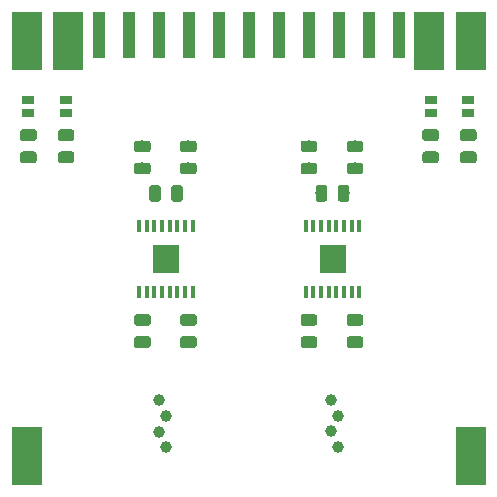
<source format=gbr>
G04 #@! TF.GenerationSoftware,KiCad,Pcbnew,(5.1.4)-1*
G04 #@! TF.CreationDate,2019-10-10T18:21:12+02:00*
G04 #@! TF.ProjectId,Bottom,426f7474-6f6d-42e6-9b69-6361645f7063,rev?*
G04 #@! TF.SameCoordinates,Original*
G04 #@! TF.FileFunction,Soldermask,Top*
G04 #@! TF.FilePolarity,Negative*
%FSLAX46Y46*%
G04 Gerber Fmt 4.6, Leading zero omitted, Abs format (unit mm)*
G04 Created by KiCad (PCBNEW (5.1.4)-1) date 2019-10-10 18:21:12*
%MOMM*%
%LPD*%
G04 APERTURE LIST*
%ADD10R,1.000000X0.650000*%
%ADD11C,1.000000*%
%ADD12R,1.000000X4.000000*%
%ADD13R,2.500000X5.000000*%
%ADD14R,2.310000X2.460000*%
%ADD15R,0.450000X1.050000*%
%ADD16C,0.100000*%
%ADD17C,0.975000*%
G04 APERTURE END LIST*
D10*
X157550000Y-86550000D03*
X157550000Y-85450000D03*
X154350000Y-85450000D03*
X154350000Y-86550000D03*
X191600000Y-86550000D03*
X191600000Y-85450000D03*
X188400000Y-85450000D03*
X188400000Y-86550000D03*
D11*
X179990000Y-113505000D03*
X179990000Y-110855000D03*
X180590000Y-114830000D03*
X180590000Y-112180000D03*
X166010000Y-112195000D03*
X166010000Y-114845000D03*
X165410000Y-110870000D03*
X165410000Y-113520000D03*
D12*
X170450000Y-79950000D03*
X167910000Y-79950000D03*
X165370000Y-79950000D03*
X162830000Y-79950000D03*
X160290000Y-79950000D03*
X185690000Y-79950000D03*
X172990000Y-79950000D03*
X175530000Y-79950000D03*
X178070000Y-79950000D03*
X180610000Y-79950000D03*
X183150000Y-79950000D03*
D13*
X188300000Y-80450000D03*
X154200000Y-80450000D03*
X191800000Y-80450000D03*
X157700000Y-80450000D03*
D14*
X166000000Y-98900000D03*
D15*
X163725000Y-96125000D03*
X164375000Y-96125000D03*
X165025000Y-96125000D03*
X165675000Y-96125000D03*
X166325000Y-96125000D03*
X166975000Y-96125000D03*
X167625000Y-96125000D03*
X168275000Y-96125000D03*
X168275000Y-101675000D03*
X167625000Y-101675000D03*
X166975000Y-101675000D03*
X166325000Y-101675000D03*
X165675000Y-101675000D03*
X165025000Y-101675000D03*
X164375000Y-101675000D03*
X163725000Y-101675000D03*
D14*
X180100000Y-98900000D03*
D15*
X177825000Y-96125000D03*
X178475000Y-96125000D03*
X179125000Y-96125000D03*
X179775000Y-96125000D03*
X180425000Y-96125000D03*
X181075000Y-96125000D03*
X181725000Y-96125000D03*
X182375000Y-96125000D03*
X182375000Y-101675000D03*
X181725000Y-101675000D03*
X181075000Y-101675000D03*
X180425000Y-101675000D03*
X179775000Y-101675000D03*
X179125000Y-101675000D03*
X178475000Y-101675000D03*
X177825000Y-101675000D03*
D16*
G36*
X168380142Y-88876174D02*
G01*
X168403803Y-88879684D01*
X168427007Y-88885496D01*
X168449529Y-88893554D01*
X168471153Y-88903782D01*
X168491670Y-88916079D01*
X168510883Y-88930329D01*
X168528607Y-88946393D01*
X168544671Y-88964117D01*
X168558921Y-88983330D01*
X168571218Y-89003847D01*
X168581446Y-89025471D01*
X168589504Y-89047993D01*
X168595316Y-89071197D01*
X168598826Y-89094858D01*
X168600000Y-89118750D01*
X168600000Y-89606250D01*
X168598826Y-89630142D01*
X168595316Y-89653803D01*
X168589504Y-89677007D01*
X168581446Y-89699529D01*
X168571218Y-89721153D01*
X168558921Y-89741670D01*
X168544671Y-89760883D01*
X168528607Y-89778607D01*
X168510883Y-89794671D01*
X168491670Y-89808921D01*
X168471153Y-89821218D01*
X168449529Y-89831446D01*
X168427007Y-89839504D01*
X168403803Y-89845316D01*
X168380142Y-89848826D01*
X168356250Y-89850000D01*
X167443750Y-89850000D01*
X167419858Y-89848826D01*
X167396197Y-89845316D01*
X167372993Y-89839504D01*
X167350471Y-89831446D01*
X167328847Y-89821218D01*
X167308330Y-89808921D01*
X167289117Y-89794671D01*
X167271393Y-89778607D01*
X167255329Y-89760883D01*
X167241079Y-89741670D01*
X167228782Y-89721153D01*
X167218554Y-89699529D01*
X167210496Y-89677007D01*
X167204684Y-89653803D01*
X167201174Y-89630142D01*
X167200000Y-89606250D01*
X167200000Y-89118750D01*
X167201174Y-89094858D01*
X167204684Y-89071197D01*
X167210496Y-89047993D01*
X167218554Y-89025471D01*
X167228782Y-89003847D01*
X167241079Y-88983330D01*
X167255329Y-88964117D01*
X167271393Y-88946393D01*
X167289117Y-88930329D01*
X167308330Y-88916079D01*
X167328847Y-88903782D01*
X167350471Y-88893554D01*
X167372993Y-88885496D01*
X167396197Y-88879684D01*
X167419858Y-88876174D01*
X167443750Y-88875000D01*
X168356250Y-88875000D01*
X168380142Y-88876174D01*
X168380142Y-88876174D01*
G37*
D17*
X167900000Y-89362500D03*
D16*
G36*
X168380142Y-90751174D02*
G01*
X168403803Y-90754684D01*
X168427007Y-90760496D01*
X168449529Y-90768554D01*
X168471153Y-90778782D01*
X168491670Y-90791079D01*
X168510883Y-90805329D01*
X168528607Y-90821393D01*
X168544671Y-90839117D01*
X168558921Y-90858330D01*
X168571218Y-90878847D01*
X168581446Y-90900471D01*
X168589504Y-90922993D01*
X168595316Y-90946197D01*
X168598826Y-90969858D01*
X168600000Y-90993750D01*
X168600000Y-91481250D01*
X168598826Y-91505142D01*
X168595316Y-91528803D01*
X168589504Y-91552007D01*
X168581446Y-91574529D01*
X168571218Y-91596153D01*
X168558921Y-91616670D01*
X168544671Y-91635883D01*
X168528607Y-91653607D01*
X168510883Y-91669671D01*
X168491670Y-91683921D01*
X168471153Y-91696218D01*
X168449529Y-91706446D01*
X168427007Y-91714504D01*
X168403803Y-91720316D01*
X168380142Y-91723826D01*
X168356250Y-91725000D01*
X167443750Y-91725000D01*
X167419858Y-91723826D01*
X167396197Y-91720316D01*
X167372993Y-91714504D01*
X167350471Y-91706446D01*
X167328847Y-91696218D01*
X167308330Y-91683921D01*
X167289117Y-91669671D01*
X167271393Y-91653607D01*
X167255329Y-91635883D01*
X167241079Y-91616670D01*
X167228782Y-91596153D01*
X167218554Y-91574529D01*
X167210496Y-91552007D01*
X167204684Y-91528803D01*
X167201174Y-91505142D01*
X167200000Y-91481250D01*
X167200000Y-90993750D01*
X167201174Y-90969858D01*
X167204684Y-90946197D01*
X167210496Y-90922993D01*
X167218554Y-90900471D01*
X167228782Y-90878847D01*
X167241079Y-90858330D01*
X167255329Y-90839117D01*
X167271393Y-90821393D01*
X167289117Y-90805329D01*
X167308330Y-90791079D01*
X167328847Y-90778782D01*
X167350471Y-90768554D01*
X167372993Y-90760496D01*
X167396197Y-90754684D01*
X167419858Y-90751174D01*
X167443750Y-90750000D01*
X168356250Y-90750000D01*
X168380142Y-90751174D01*
X168380142Y-90751174D01*
G37*
D17*
X167900000Y-91237500D03*
D16*
G36*
X164480142Y-88876174D02*
G01*
X164503803Y-88879684D01*
X164527007Y-88885496D01*
X164549529Y-88893554D01*
X164571153Y-88903782D01*
X164591670Y-88916079D01*
X164610883Y-88930329D01*
X164628607Y-88946393D01*
X164644671Y-88964117D01*
X164658921Y-88983330D01*
X164671218Y-89003847D01*
X164681446Y-89025471D01*
X164689504Y-89047993D01*
X164695316Y-89071197D01*
X164698826Y-89094858D01*
X164700000Y-89118750D01*
X164700000Y-89606250D01*
X164698826Y-89630142D01*
X164695316Y-89653803D01*
X164689504Y-89677007D01*
X164681446Y-89699529D01*
X164671218Y-89721153D01*
X164658921Y-89741670D01*
X164644671Y-89760883D01*
X164628607Y-89778607D01*
X164610883Y-89794671D01*
X164591670Y-89808921D01*
X164571153Y-89821218D01*
X164549529Y-89831446D01*
X164527007Y-89839504D01*
X164503803Y-89845316D01*
X164480142Y-89848826D01*
X164456250Y-89850000D01*
X163543750Y-89850000D01*
X163519858Y-89848826D01*
X163496197Y-89845316D01*
X163472993Y-89839504D01*
X163450471Y-89831446D01*
X163428847Y-89821218D01*
X163408330Y-89808921D01*
X163389117Y-89794671D01*
X163371393Y-89778607D01*
X163355329Y-89760883D01*
X163341079Y-89741670D01*
X163328782Y-89721153D01*
X163318554Y-89699529D01*
X163310496Y-89677007D01*
X163304684Y-89653803D01*
X163301174Y-89630142D01*
X163300000Y-89606250D01*
X163300000Y-89118750D01*
X163301174Y-89094858D01*
X163304684Y-89071197D01*
X163310496Y-89047993D01*
X163318554Y-89025471D01*
X163328782Y-89003847D01*
X163341079Y-88983330D01*
X163355329Y-88964117D01*
X163371393Y-88946393D01*
X163389117Y-88930329D01*
X163408330Y-88916079D01*
X163428847Y-88903782D01*
X163450471Y-88893554D01*
X163472993Y-88885496D01*
X163496197Y-88879684D01*
X163519858Y-88876174D01*
X163543750Y-88875000D01*
X164456250Y-88875000D01*
X164480142Y-88876174D01*
X164480142Y-88876174D01*
G37*
D17*
X164000000Y-89362500D03*
D16*
G36*
X164480142Y-90751174D02*
G01*
X164503803Y-90754684D01*
X164527007Y-90760496D01*
X164549529Y-90768554D01*
X164571153Y-90778782D01*
X164591670Y-90791079D01*
X164610883Y-90805329D01*
X164628607Y-90821393D01*
X164644671Y-90839117D01*
X164658921Y-90858330D01*
X164671218Y-90878847D01*
X164681446Y-90900471D01*
X164689504Y-90922993D01*
X164695316Y-90946197D01*
X164698826Y-90969858D01*
X164700000Y-90993750D01*
X164700000Y-91481250D01*
X164698826Y-91505142D01*
X164695316Y-91528803D01*
X164689504Y-91552007D01*
X164681446Y-91574529D01*
X164671218Y-91596153D01*
X164658921Y-91616670D01*
X164644671Y-91635883D01*
X164628607Y-91653607D01*
X164610883Y-91669671D01*
X164591670Y-91683921D01*
X164571153Y-91696218D01*
X164549529Y-91706446D01*
X164527007Y-91714504D01*
X164503803Y-91720316D01*
X164480142Y-91723826D01*
X164456250Y-91725000D01*
X163543750Y-91725000D01*
X163519858Y-91723826D01*
X163496197Y-91720316D01*
X163472993Y-91714504D01*
X163450471Y-91706446D01*
X163428847Y-91696218D01*
X163408330Y-91683921D01*
X163389117Y-91669671D01*
X163371393Y-91653607D01*
X163355329Y-91635883D01*
X163341079Y-91616670D01*
X163328782Y-91596153D01*
X163318554Y-91574529D01*
X163310496Y-91552007D01*
X163304684Y-91528803D01*
X163301174Y-91505142D01*
X163300000Y-91481250D01*
X163300000Y-90993750D01*
X163301174Y-90969858D01*
X163304684Y-90946197D01*
X163310496Y-90922993D01*
X163318554Y-90900471D01*
X163328782Y-90878847D01*
X163341079Y-90858330D01*
X163355329Y-90839117D01*
X163371393Y-90821393D01*
X163389117Y-90805329D01*
X163408330Y-90791079D01*
X163428847Y-90778782D01*
X163450471Y-90768554D01*
X163472993Y-90760496D01*
X163496197Y-90754684D01*
X163519858Y-90751174D01*
X163543750Y-90750000D01*
X164456250Y-90750000D01*
X164480142Y-90751174D01*
X164480142Y-90751174D01*
G37*
D17*
X164000000Y-91237500D03*
D16*
G36*
X165330142Y-92651174D02*
G01*
X165353803Y-92654684D01*
X165377007Y-92660496D01*
X165399529Y-92668554D01*
X165421153Y-92678782D01*
X165441670Y-92691079D01*
X165460883Y-92705329D01*
X165478607Y-92721393D01*
X165494671Y-92739117D01*
X165508921Y-92758330D01*
X165521218Y-92778847D01*
X165531446Y-92800471D01*
X165539504Y-92822993D01*
X165545316Y-92846197D01*
X165548826Y-92869858D01*
X165550000Y-92893750D01*
X165550000Y-93806250D01*
X165548826Y-93830142D01*
X165545316Y-93853803D01*
X165539504Y-93877007D01*
X165531446Y-93899529D01*
X165521218Y-93921153D01*
X165508921Y-93941670D01*
X165494671Y-93960883D01*
X165478607Y-93978607D01*
X165460883Y-93994671D01*
X165441670Y-94008921D01*
X165421153Y-94021218D01*
X165399529Y-94031446D01*
X165377007Y-94039504D01*
X165353803Y-94045316D01*
X165330142Y-94048826D01*
X165306250Y-94050000D01*
X164818750Y-94050000D01*
X164794858Y-94048826D01*
X164771197Y-94045316D01*
X164747993Y-94039504D01*
X164725471Y-94031446D01*
X164703847Y-94021218D01*
X164683330Y-94008921D01*
X164664117Y-93994671D01*
X164646393Y-93978607D01*
X164630329Y-93960883D01*
X164616079Y-93941670D01*
X164603782Y-93921153D01*
X164593554Y-93899529D01*
X164585496Y-93877007D01*
X164579684Y-93853803D01*
X164576174Y-93830142D01*
X164575000Y-93806250D01*
X164575000Y-92893750D01*
X164576174Y-92869858D01*
X164579684Y-92846197D01*
X164585496Y-92822993D01*
X164593554Y-92800471D01*
X164603782Y-92778847D01*
X164616079Y-92758330D01*
X164630329Y-92739117D01*
X164646393Y-92721393D01*
X164664117Y-92705329D01*
X164683330Y-92691079D01*
X164703847Y-92678782D01*
X164725471Y-92668554D01*
X164747993Y-92660496D01*
X164771197Y-92654684D01*
X164794858Y-92651174D01*
X164818750Y-92650000D01*
X165306250Y-92650000D01*
X165330142Y-92651174D01*
X165330142Y-92651174D01*
G37*
D17*
X165062500Y-93350000D03*
D16*
G36*
X167205142Y-92651174D02*
G01*
X167228803Y-92654684D01*
X167252007Y-92660496D01*
X167274529Y-92668554D01*
X167296153Y-92678782D01*
X167316670Y-92691079D01*
X167335883Y-92705329D01*
X167353607Y-92721393D01*
X167369671Y-92739117D01*
X167383921Y-92758330D01*
X167396218Y-92778847D01*
X167406446Y-92800471D01*
X167414504Y-92822993D01*
X167420316Y-92846197D01*
X167423826Y-92869858D01*
X167425000Y-92893750D01*
X167425000Y-93806250D01*
X167423826Y-93830142D01*
X167420316Y-93853803D01*
X167414504Y-93877007D01*
X167406446Y-93899529D01*
X167396218Y-93921153D01*
X167383921Y-93941670D01*
X167369671Y-93960883D01*
X167353607Y-93978607D01*
X167335883Y-93994671D01*
X167316670Y-94008921D01*
X167296153Y-94021218D01*
X167274529Y-94031446D01*
X167252007Y-94039504D01*
X167228803Y-94045316D01*
X167205142Y-94048826D01*
X167181250Y-94050000D01*
X166693750Y-94050000D01*
X166669858Y-94048826D01*
X166646197Y-94045316D01*
X166622993Y-94039504D01*
X166600471Y-94031446D01*
X166578847Y-94021218D01*
X166558330Y-94008921D01*
X166539117Y-93994671D01*
X166521393Y-93978607D01*
X166505329Y-93960883D01*
X166491079Y-93941670D01*
X166478782Y-93921153D01*
X166468554Y-93899529D01*
X166460496Y-93877007D01*
X166454684Y-93853803D01*
X166451174Y-93830142D01*
X166450000Y-93806250D01*
X166450000Y-92893750D01*
X166451174Y-92869858D01*
X166454684Y-92846197D01*
X166460496Y-92822993D01*
X166468554Y-92800471D01*
X166478782Y-92778847D01*
X166491079Y-92758330D01*
X166505329Y-92739117D01*
X166521393Y-92721393D01*
X166539117Y-92705329D01*
X166558330Y-92691079D01*
X166578847Y-92678782D01*
X166600471Y-92668554D01*
X166622993Y-92660496D01*
X166646197Y-92654684D01*
X166669858Y-92651174D01*
X166693750Y-92650000D01*
X167181250Y-92650000D01*
X167205142Y-92651174D01*
X167205142Y-92651174D01*
G37*
D17*
X166937500Y-93350000D03*
D16*
G36*
X182480142Y-90751174D02*
G01*
X182503803Y-90754684D01*
X182527007Y-90760496D01*
X182549529Y-90768554D01*
X182571153Y-90778782D01*
X182591670Y-90791079D01*
X182610883Y-90805329D01*
X182628607Y-90821393D01*
X182644671Y-90839117D01*
X182658921Y-90858330D01*
X182671218Y-90878847D01*
X182681446Y-90900471D01*
X182689504Y-90922993D01*
X182695316Y-90946197D01*
X182698826Y-90969858D01*
X182700000Y-90993750D01*
X182700000Y-91481250D01*
X182698826Y-91505142D01*
X182695316Y-91528803D01*
X182689504Y-91552007D01*
X182681446Y-91574529D01*
X182671218Y-91596153D01*
X182658921Y-91616670D01*
X182644671Y-91635883D01*
X182628607Y-91653607D01*
X182610883Y-91669671D01*
X182591670Y-91683921D01*
X182571153Y-91696218D01*
X182549529Y-91706446D01*
X182527007Y-91714504D01*
X182503803Y-91720316D01*
X182480142Y-91723826D01*
X182456250Y-91725000D01*
X181543750Y-91725000D01*
X181519858Y-91723826D01*
X181496197Y-91720316D01*
X181472993Y-91714504D01*
X181450471Y-91706446D01*
X181428847Y-91696218D01*
X181408330Y-91683921D01*
X181389117Y-91669671D01*
X181371393Y-91653607D01*
X181355329Y-91635883D01*
X181341079Y-91616670D01*
X181328782Y-91596153D01*
X181318554Y-91574529D01*
X181310496Y-91552007D01*
X181304684Y-91528803D01*
X181301174Y-91505142D01*
X181300000Y-91481250D01*
X181300000Y-90993750D01*
X181301174Y-90969858D01*
X181304684Y-90946197D01*
X181310496Y-90922993D01*
X181318554Y-90900471D01*
X181328782Y-90878847D01*
X181341079Y-90858330D01*
X181355329Y-90839117D01*
X181371393Y-90821393D01*
X181389117Y-90805329D01*
X181408330Y-90791079D01*
X181428847Y-90778782D01*
X181450471Y-90768554D01*
X181472993Y-90760496D01*
X181496197Y-90754684D01*
X181519858Y-90751174D01*
X181543750Y-90750000D01*
X182456250Y-90750000D01*
X182480142Y-90751174D01*
X182480142Y-90751174D01*
G37*
D17*
X182000000Y-91237500D03*
D16*
G36*
X182480142Y-88876174D02*
G01*
X182503803Y-88879684D01*
X182527007Y-88885496D01*
X182549529Y-88893554D01*
X182571153Y-88903782D01*
X182591670Y-88916079D01*
X182610883Y-88930329D01*
X182628607Y-88946393D01*
X182644671Y-88964117D01*
X182658921Y-88983330D01*
X182671218Y-89003847D01*
X182681446Y-89025471D01*
X182689504Y-89047993D01*
X182695316Y-89071197D01*
X182698826Y-89094858D01*
X182700000Y-89118750D01*
X182700000Y-89606250D01*
X182698826Y-89630142D01*
X182695316Y-89653803D01*
X182689504Y-89677007D01*
X182681446Y-89699529D01*
X182671218Y-89721153D01*
X182658921Y-89741670D01*
X182644671Y-89760883D01*
X182628607Y-89778607D01*
X182610883Y-89794671D01*
X182591670Y-89808921D01*
X182571153Y-89821218D01*
X182549529Y-89831446D01*
X182527007Y-89839504D01*
X182503803Y-89845316D01*
X182480142Y-89848826D01*
X182456250Y-89850000D01*
X181543750Y-89850000D01*
X181519858Y-89848826D01*
X181496197Y-89845316D01*
X181472993Y-89839504D01*
X181450471Y-89831446D01*
X181428847Y-89821218D01*
X181408330Y-89808921D01*
X181389117Y-89794671D01*
X181371393Y-89778607D01*
X181355329Y-89760883D01*
X181341079Y-89741670D01*
X181328782Y-89721153D01*
X181318554Y-89699529D01*
X181310496Y-89677007D01*
X181304684Y-89653803D01*
X181301174Y-89630142D01*
X181300000Y-89606250D01*
X181300000Y-89118750D01*
X181301174Y-89094858D01*
X181304684Y-89071197D01*
X181310496Y-89047993D01*
X181318554Y-89025471D01*
X181328782Y-89003847D01*
X181341079Y-88983330D01*
X181355329Y-88964117D01*
X181371393Y-88946393D01*
X181389117Y-88930329D01*
X181408330Y-88916079D01*
X181428847Y-88903782D01*
X181450471Y-88893554D01*
X181472993Y-88885496D01*
X181496197Y-88879684D01*
X181519858Y-88876174D01*
X181543750Y-88875000D01*
X182456250Y-88875000D01*
X182480142Y-88876174D01*
X182480142Y-88876174D01*
G37*
D17*
X182000000Y-89362500D03*
D16*
G36*
X178580142Y-90751174D02*
G01*
X178603803Y-90754684D01*
X178627007Y-90760496D01*
X178649529Y-90768554D01*
X178671153Y-90778782D01*
X178691670Y-90791079D01*
X178710883Y-90805329D01*
X178728607Y-90821393D01*
X178744671Y-90839117D01*
X178758921Y-90858330D01*
X178771218Y-90878847D01*
X178781446Y-90900471D01*
X178789504Y-90922993D01*
X178795316Y-90946197D01*
X178798826Y-90969858D01*
X178800000Y-90993750D01*
X178800000Y-91481250D01*
X178798826Y-91505142D01*
X178795316Y-91528803D01*
X178789504Y-91552007D01*
X178781446Y-91574529D01*
X178771218Y-91596153D01*
X178758921Y-91616670D01*
X178744671Y-91635883D01*
X178728607Y-91653607D01*
X178710883Y-91669671D01*
X178691670Y-91683921D01*
X178671153Y-91696218D01*
X178649529Y-91706446D01*
X178627007Y-91714504D01*
X178603803Y-91720316D01*
X178580142Y-91723826D01*
X178556250Y-91725000D01*
X177643750Y-91725000D01*
X177619858Y-91723826D01*
X177596197Y-91720316D01*
X177572993Y-91714504D01*
X177550471Y-91706446D01*
X177528847Y-91696218D01*
X177508330Y-91683921D01*
X177489117Y-91669671D01*
X177471393Y-91653607D01*
X177455329Y-91635883D01*
X177441079Y-91616670D01*
X177428782Y-91596153D01*
X177418554Y-91574529D01*
X177410496Y-91552007D01*
X177404684Y-91528803D01*
X177401174Y-91505142D01*
X177400000Y-91481250D01*
X177400000Y-90993750D01*
X177401174Y-90969858D01*
X177404684Y-90946197D01*
X177410496Y-90922993D01*
X177418554Y-90900471D01*
X177428782Y-90878847D01*
X177441079Y-90858330D01*
X177455329Y-90839117D01*
X177471393Y-90821393D01*
X177489117Y-90805329D01*
X177508330Y-90791079D01*
X177528847Y-90778782D01*
X177550471Y-90768554D01*
X177572993Y-90760496D01*
X177596197Y-90754684D01*
X177619858Y-90751174D01*
X177643750Y-90750000D01*
X178556250Y-90750000D01*
X178580142Y-90751174D01*
X178580142Y-90751174D01*
G37*
D17*
X178100000Y-91237500D03*
D16*
G36*
X178580142Y-88876174D02*
G01*
X178603803Y-88879684D01*
X178627007Y-88885496D01*
X178649529Y-88893554D01*
X178671153Y-88903782D01*
X178691670Y-88916079D01*
X178710883Y-88930329D01*
X178728607Y-88946393D01*
X178744671Y-88964117D01*
X178758921Y-88983330D01*
X178771218Y-89003847D01*
X178781446Y-89025471D01*
X178789504Y-89047993D01*
X178795316Y-89071197D01*
X178798826Y-89094858D01*
X178800000Y-89118750D01*
X178800000Y-89606250D01*
X178798826Y-89630142D01*
X178795316Y-89653803D01*
X178789504Y-89677007D01*
X178781446Y-89699529D01*
X178771218Y-89721153D01*
X178758921Y-89741670D01*
X178744671Y-89760883D01*
X178728607Y-89778607D01*
X178710883Y-89794671D01*
X178691670Y-89808921D01*
X178671153Y-89821218D01*
X178649529Y-89831446D01*
X178627007Y-89839504D01*
X178603803Y-89845316D01*
X178580142Y-89848826D01*
X178556250Y-89850000D01*
X177643750Y-89850000D01*
X177619858Y-89848826D01*
X177596197Y-89845316D01*
X177572993Y-89839504D01*
X177550471Y-89831446D01*
X177528847Y-89821218D01*
X177508330Y-89808921D01*
X177489117Y-89794671D01*
X177471393Y-89778607D01*
X177455329Y-89760883D01*
X177441079Y-89741670D01*
X177428782Y-89721153D01*
X177418554Y-89699529D01*
X177410496Y-89677007D01*
X177404684Y-89653803D01*
X177401174Y-89630142D01*
X177400000Y-89606250D01*
X177400000Y-89118750D01*
X177401174Y-89094858D01*
X177404684Y-89071197D01*
X177410496Y-89047993D01*
X177418554Y-89025471D01*
X177428782Y-89003847D01*
X177441079Y-88983330D01*
X177455329Y-88964117D01*
X177471393Y-88946393D01*
X177489117Y-88930329D01*
X177508330Y-88916079D01*
X177528847Y-88903782D01*
X177550471Y-88893554D01*
X177572993Y-88885496D01*
X177596197Y-88879684D01*
X177619858Y-88876174D01*
X177643750Y-88875000D01*
X178556250Y-88875000D01*
X178580142Y-88876174D01*
X178580142Y-88876174D01*
G37*
D17*
X178100000Y-89362500D03*
D16*
G36*
X181305142Y-92651174D02*
G01*
X181328803Y-92654684D01*
X181352007Y-92660496D01*
X181374529Y-92668554D01*
X181396153Y-92678782D01*
X181416670Y-92691079D01*
X181435883Y-92705329D01*
X181453607Y-92721393D01*
X181469671Y-92739117D01*
X181483921Y-92758330D01*
X181496218Y-92778847D01*
X181506446Y-92800471D01*
X181514504Y-92822993D01*
X181520316Y-92846197D01*
X181523826Y-92869858D01*
X181525000Y-92893750D01*
X181525000Y-93806250D01*
X181523826Y-93830142D01*
X181520316Y-93853803D01*
X181514504Y-93877007D01*
X181506446Y-93899529D01*
X181496218Y-93921153D01*
X181483921Y-93941670D01*
X181469671Y-93960883D01*
X181453607Y-93978607D01*
X181435883Y-93994671D01*
X181416670Y-94008921D01*
X181396153Y-94021218D01*
X181374529Y-94031446D01*
X181352007Y-94039504D01*
X181328803Y-94045316D01*
X181305142Y-94048826D01*
X181281250Y-94050000D01*
X180793750Y-94050000D01*
X180769858Y-94048826D01*
X180746197Y-94045316D01*
X180722993Y-94039504D01*
X180700471Y-94031446D01*
X180678847Y-94021218D01*
X180658330Y-94008921D01*
X180639117Y-93994671D01*
X180621393Y-93978607D01*
X180605329Y-93960883D01*
X180591079Y-93941670D01*
X180578782Y-93921153D01*
X180568554Y-93899529D01*
X180560496Y-93877007D01*
X180554684Y-93853803D01*
X180551174Y-93830142D01*
X180550000Y-93806250D01*
X180550000Y-92893750D01*
X180551174Y-92869858D01*
X180554684Y-92846197D01*
X180560496Y-92822993D01*
X180568554Y-92800471D01*
X180578782Y-92778847D01*
X180591079Y-92758330D01*
X180605329Y-92739117D01*
X180621393Y-92721393D01*
X180639117Y-92705329D01*
X180658330Y-92691079D01*
X180678847Y-92678782D01*
X180700471Y-92668554D01*
X180722993Y-92660496D01*
X180746197Y-92654684D01*
X180769858Y-92651174D01*
X180793750Y-92650000D01*
X181281250Y-92650000D01*
X181305142Y-92651174D01*
X181305142Y-92651174D01*
G37*
D17*
X181037500Y-93350000D03*
D16*
G36*
X179430142Y-92651174D02*
G01*
X179453803Y-92654684D01*
X179477007Y-92660496D01*
X179499529Y-92668554D01*
X179521153Y-92678782D01*
X179541670Y-92691079D01*
X179560883Y-92705329D01*
X179578607Y-92721393D01*
X179594671Y-92739117D01*
X179608921Y-92758330D01*
X179621218Y-92778847D01*
X179631446Y-92800471D01*
X179639504Y-92822993D01*
X179645316Y-92846197D01*
X179648826Y-92869858D01*
X179650000Y-92893750D01*
X179650000Y-93806250D01*
X179648826Y-93830142D01*
X179645316Y-93853803D01*
X179639504Y-93877007D01*
X179631446Y-93899529D01*
X179621218Y-93921153D01*
X179608921Y-93941670D01*
X179594671Y-93960883D01*
X179578607Y-93978607D01*
X179560883Y-93994671D01*
X179541670Y-94008921D01*
X179521153Y-94021218D01*
X179499529Y-94031446D01*
X179477007Y-94039504D01*
X179453803Y-94045316D01*
X179430142Y-94048826D01*
X179406250Y-94050000D01*
X178918750Y-94050000D01*
X178894858Y-94048826D01*
X178871197Y-94045316D01*
X178847993Y-94039504D01*
X178825471Y-94031446D01*
X178803847Y-94021218D01*
X178783330Y-94008921D01*
X178764117Y-93994671D01*
X178746393Y-93978607D01*
X178730329Y-93960883D01*
X178716079Y-93941670D01*
X178703782Y-93921153D01*
X178693554Y-93899529D01*
X178685496Y-93877007D01*
X178679684Y-93853803D01*
X178676174Y-93830142D01*
X178675000Y-93806250D01*
X178675000Y-92893750D01*
X178676174Y-92869858D01*
X178679684Y-92846197D01*
X178685496Y-92822993D01*
X178693554Y-92800471D01*
X178703782Y-92778847D01*
X178716079Y-92758330D01*
X178730329Y-92739117D01*
X178746393Y-92721393D01*
X178764117Y-92705329D01*
X178783330Y-92691079D01*
X178803847Y-92678782D01*
X178825471Y-92668554D01*
X178847993Y-92660496D01*
X178871197Y-92654684D01*
X178894858Y-92651174D01*
X178918750Y-92650000D01*
X179406250Y-92650000D01*
X179430142Y-92651174D01*
X179430142Y-92651174D01*
G37*
D17*
X179162500Y-93350000D03*
D16*
G36*
X154830142Y-89801174D02*
G01*
X154853803Y-89804684D01*
X154877007Y-89810496D01*
X154899529Y-89818554D01*
X154921153Y-89828782D01*
X154941670Y-89841079D01*
X154960883Y-89855329D01*
X154978607Y-89871393D01*
X154994671Y-89889117D01*
X155008921Y-89908330D01*
X155021218Y-89928847D01*
X155031446Y-89950471D01*
X155039504Y-89972993D01*
X155045316Y-89996197D01*
X155048826Y-90019858D01*
X155050000Y-90043750D01*
X155050000Y-90531250D01*
X155048826Y-90555142D01*
X155045316Y-90578803D01*
X155039504Y-90602007D01*
X155031446Y-90624529D01*
X155021218Y-90646153D01*
X155008921Y-90666670D01*
X154994671Y-90685883D01*
X154978607Y-90703607D01*
X154960883Y-90719671D01*
X154941670Y-90733921D01*
X154921153Y-90746218D01*
X154899529Y-90756446D01*
X154877007Y-90764504D01*
X154853803Y-90770316D01*
X154830142Y-90773826D01*
X154806250Y-90775000D01*
X153893750Y-90775000D01*
X153869858Y-90773826D01*
X153846197Y-90770316D01*
X153822993Y-90764504D01*
X153800471Y-90756446D01*
X153778847Y-90746218D01*
X153758330Y-90733921D01*
X153739117Y-90719671D01*
X153721393Y-90703607D01*
X153705329Y-90685883D01*
X153691079Y-90666670D01*
X153678782Y-90646153D01*
X153668554Y-90624529D01*
X153660496Y-90602007D01*
X153654684Y-90578803D01*
X153651174Y-90555142D01*
X153650000Y-90531250D01*
X153650000Y-90043750D01*
X153651174Y-90019858D01*
X153654684Y-89996197D01*
X153660496Y-89972993D01*
X153668554Y-89950471D01*
X153678782Y-89928847D01*
X153691079Y-89908330D01*
X153705329Y-89889117D01*
X153721393Y-89871393D01*
X153739117Y-89855329D01*
X153758330Y-89841079D01*
X153778847Y-89828782D01*
X153800471Y-89818554D01*
X153822993Y-89810496D01*
X153846197Y-89804684D01*
X153869858Y-89801174D01*
X153893750Y-89800000D01*
X154806250Y-89800000D01*
X154830142Y-89801174D01*
X154830142Y-89801174D01*
G37*
D17*
X154350000Y-90287500D03*
D16*
G36*
X154830142Y-87926174D02*
G01*
X154853803Y-87929684D01*
X154877007Y-87935496D01*
X154899529Y-87943554D01*
X154921153Y-87953782D01*
X154941670Y-87966079D01*
X154960883Y-87980329D01*
X154978607Y-87996393D01*
X154994671Y-88014117D01*
X155008921Y-88033330D01*
X155021218Y-88053847D01*
X155031446Y-88075471D01*
X155039504Y-88097993D01*
X155045316Y-88121197D01*
X155048826Y-88144858D01*
X155050000Y-88168750D01*
X155050000Y-88656250D01*
X155048826Y-88680142D01*
X155045316Y-88703803D01*
X155039504Y-88727007D01*
X155031446Y-88749529D01*
X155021218Y-88771153D01*
X155008921Y-88791670D01*
X154994671Y-88810883D01*
X154978607Y-88828607D01*
X154960883Y-88844671D01*
X154941670Y-88858921D01*
X154921153Y-88871218D01*
X154899529Y-88881446D01*
X154877007Y-88889504D01*
X154853803Y-88895316D01*
X154830142Y-88898826D01*
X154806250Y-88900000D01*
X153893750Y-88900000D01*
X153869858Y-88898826D01*
X153846197Y-88895316D01*
X153822993Y-88889504D01*
X153800471Y-88881446D01*
X153778847Y-88871218D01*
X153758330Y-88858921D01*
X153739117Y-88844671D01*
X153721393Y-88828607D01*
X153705329Y-88810883D01*
X153691079Y-88791670D01*
X153678782Y-88771153D01*
X153668554Y-88749529D01*
X153660496Y-88727007D01*
X153654684Y-88703803D01*
X153651174Y-88680142D01*
X153650000Y-88656250D01*
X153650000Y-88168750D01*
X153651174Y-88144858D01*
X153654684Y-88121197D01*
X153660496Y-88097993D01*
X153668554Y-88075471D01*
X153678782Y-88053847D01*
X153691079Y-88033330D01*
X153705329Y-88014117D01*
X153721393Y-87996393D01*
X153739117Y-87980329D01*
X153758330Y-87966079D01*
X153778847Y-87953782D01*
X153800471Y-87943554D01*
X153822993Y-87935496D01*
X153846197Y-87929684D01*
X153869858Y-87926174D01*
X153893750Y-87925000D01*
X154806250Y-87925000D01*
X154830142Y-87926174D01*
X154830142Y-87926174D01*
G37*
D17*
X154350000Y-88412500D03*
D16*
G36*
X158030142Y-87926174D02*
G01*
X158053803Y-87929684D01*
X158077007Y-87935496D01*
X158099529Y-87943554D01*
X158121153Y-87953782D01*
X158141670Y-87966079D01*
X158160883Y-87980329D01*
X158178607Y-87996393D01*
X158194671Y-88014117D01*
X158208921Y-88033330D01*
X158221218Y-88053847D01*
X158231446Y-88075471D01*
X158239504Y-88097993D01*
X158245316Y-88121197D01*
X158248826Y-88144858D01*
X158250000Y-88168750D01*
X158250000Y-88656250D01*
X158248826Y-88680142D01*
X158245316Y-88703803D01*
X158239504Y-88727007D01*
X158231446Y-88749529D01*
X158221218Y-88771153D01*
X158208921Y-88791670D01*
X158194671Y-88810883D01*
X158178607Y-88828607D01*
X158160883Y-88844671D01*
X158141670Y-88858921D01*
X158121153Y-88871218D01*
X158099529Y-88881446D01*
X158077007Y-88889504D01*
X158053803Y-88895316D01*
X158030142Y-88898826D01*
X158006250Y-88900000D01*
X157093750Y-88900000D01*
X157069858Y-88898826D01*
X157046197Y-88895316D01*
X157022993Y-88889504D01*
X157000471Y-88881446D01*
X156978847Y-88871218D01*
X156958330Y-88858921D01*
X156939117Y-88844671D01*
X156921393Y-88828607D01*
X156905329Y-88810883D01*
X156891079Y-88791670D01*
X156878782Y-88771153D01*
X156868554Y-88749529D01*
X156860496Y-88727007D01*
X156854684Y-88703803D01*
X156851174Y-88680142D01*
X156850000Y-88656250D01*
X156850000Y-88168750D01*
X156851174Y-88144858D01*
X156854684Y-88121197D01*
X156860496Y-88097993D01*
X156868554Y-88075471D01*
X156878782Y-88053847D01*
X156891079Y-88033330D01*
X156905329Y-88014117D01*
X156921393Y-87996393D01*
X156939117Y-87980329D01*
X156958330Y-87966079D01*
X156978847Y-87953782D01*
X157000471Y-87943554D01*
X157022993Y-87935496D01*
X157046197Y-87929684D01*
X157069858Y-87926174D01*
X157093750Y-87925000D01*
X158006250Y-87925000D01*
X158030142Y-87926174D01*
X158030142Y-87926174D01*
G37*
D17*
X157550000Y-88412500D03*
D16*
G36*
X158030142Y-89801174D02*
G01*
X158053803Y-89804684D01*
X158077007Y-89810496D01*
X158099529Y-89818554D01*
X158121153Y-89828782D01*
X158141670Y-89841079D01*
X158160883Y-89855329D01*
X158178607Y-89871393D01*
X158194671Y-89889117D01*
X158208921Y-89908330D01*
X158221218Y-89928847D01*
X158231446Y-89950471D01*
X158239504Y-89972993D01*
X158245316Y-89996197D01*
X158248826Y-90019858D01*
X158250000Y-90043750D01*
X158250000Y-90531250D01*
X158248826Y-90555142D01*
X158245316Y-90578803D01*
X158239504Y-90602007D01*
X158231446Y-90624529D01*
X158221218Y-90646153D01*
X158208921Y-90666670D01*
X158194671Y-90685883D01*
X158178607Y-90703607D01*
X158160883Y-90719671D01*
X158141670Y-90733921D01*
X158121153Y-90746218D01*
X158099529Y-90756446D01*
X158077007Y-90764504D01*
X158053803Y-90770316D01*
X158030142Y-90773826D01*
X158006250Y-90775000D01*
X157093750Y-90775000D01*
X157069858Y-90773826D01*
X157046197Y-90770316D01*
X157022993Y-90764504D01*
X157000471Y-90756446D01*
X156978847Y-90746218D01*
X156958330Y-90733921D01*
X156939117Y-90719671D01*
X156921393Y-90703607D01*
X156905329Y-90685883D01*
X156891079Y-90666670D01*
X156878782Y-90646153D01*
X156868554Y-90624529D01*
X156860496Y-90602007D01*
X156854684Y-90578803D01*
X156851174Y-90555142D01*
X156850000Y-90531250D01*
X156850000Y-90043750D01*
X156851174Y-90019858D01*
X156854684Y-89996197D01*
X156860496Y-89972993D01*
X156868554Y-89950471D01*
X156878782Y-89928847D01*
X156891079Y-89908330D01*
X156905329Y-89889117D01*
X156921393Y-89871393D01*
X156939117Y-89855329D01*
X156958330Y-89841079D01*
X156978847Y-89828782D01*
X157000471Y-89818554D01*
X157022993Y-89810496D01*
X157046197Y-89804684D01*
X157069858Y-89801174D01*
X157093750Y-89800000D01*
X158006250Y-89800000D01*
X158030142Y-89801174D01*
X158030142Y-89801174D01*
G37*
D17*
X157550000Y-90287500D03*
D16*
G36*
X188880142Y-89801174D02*
G01*
X188903803Y-89804684D01*
X188927007Y-89810496D01*
X188949529Y-89818554D01*
X188971153Y-89828782D01*
X188991670Y-89841079D01*
X189010883Y-89855329D01*
X189028607Y-89871393D01*
X189044671Y-89889117D01*
X189058921Y-89908330D01*
X189071218Y-89928847D01*
X189081446Y-89950471D01*
X189089504Y-89972993D01*
X189095316Y-89996197D01*
X189098826Y-90019858D01*
X189100000Y-90043750D01*
X189100000Y-90531250D01*
X189098826Y-90555142D01*
X189095316Y-90578803D01*
X189089504Y-90602007D01*
X189081446Y-90624529D01*
X189071218Y-90646153D01*
X189058921Y-90666670D01*
X189044671Y-90685883D01*
X189028607Y-90703607D01*
X189010883Y-90719671D01*
X188991670Y-90733921D01*
X188971153Y-90746218D01*
X188949529Y-90756446D01*
X188927007Y-90764504D01*
X188903803Y-90770316D01*
X188880142Y-90773826D01*
X188856250Y-90775000D01*
X187943750Y-90775000D01*
X187919858Y-90773826D01*
X187896197Y-90770316D01*
X187872993Y-90764504D01*
X187850471Y-90756446D01*
X187828847Y-90746218D01*
X187808330Y-90733921D01*
X187789117Y-90719671D01*
X187771393Y-90703607D01*
X187755329Y-90685883D01*
X187741079Y-90666670D01*
X187728782Y-90646153D01*
X187718554Y-90624529D01*
X187710496Y-90602007D01*
X187704684Y-90578803D01*
X187701174Y-90555142D01*
X187700000Y-90531250D01*
X187700000Y-90043750D01*
X187701174Y-90019858D01*
X187704684Y-89996197D01*
X187710496Y-89972993D01*
X187718554Y-89950471D01*
X187728782Y-89928847D01*
X187741079Y-89908330D01*
X187755329Y-89889117D01*
X187771393Y-89871393D01*
X187789117Y-89855329D01*
X187808330Y-89841079D01*
X187828847Y-89828782D01*
X187850471Y-89818554D01*
X187872993Y-89810496D01*
X187896197Y-89804684D01*
X187919858Y-89801174D01*
X187943750Y-89800000D01*
X188856250Y-89800000D01*
X188880142Y-89801174D01*
X188880142Y-89801174D01*
G37*
D17*
X188400000Y-90287500D03*
D16*
G36*
X188880142Y-87926174D02*
G01*
X188903803Y-87929684D01*
X188927007Y-87935496D01*
X188949529Y-87943554D01*
X188971153Y-87953782D01*
X188991670Y-87966079D01*
X189010883Y-87980329D01*
X189028607Y-87996393D01*
X189044671Y-88014117D01*
X189058921Y-88033330D01*
X189071218Y-88053847D01*
X189081446Y-88075471D01*
X189089504Y-88097993D01*
X189095316Y-88121197D01*
X189098826Y-88144858D01*
X189100000Y-88168750D01*
X189100000Y-88656250D01*
X189098826Y-88680142D01*
X189095316Y-88703803D01*
X189089504Y-88727007D01*
X189081446Y-88749529D01*
X189071218Y-88771153D01*
X189058921Y-88791670D01*
X189044671Y-88810883D01*
X189028607Y-88828607D01*
X189010883Y-88844671D01*
X188991670Y-88858921D01*
X188971153Y-88871218D01*
X188949529Y-88881446D01*
X188927007Y-88889504D01*
X188903803Y-88895316D01*
X188880142Y-88898826D01*
X188856250Y-88900000D01*
X187943750Y-88900000D01*
X187919858Y-88898826D01*
X187896197Y-88895316D01*
X187872993Y-88889504D01*
X187850471Y-88881446D01*
X187828847Y-88871218D01*
X187808330Y-88858921D01*
X187789117Y-88844671D01*
X187771393Y-88828607D01*
X187755329Y-88810883D01*
X187741079Y-88791670D01*
X187728782Y-88771153D01*
X187718554Y-88749529D01*
X187710496Y-88727007D01*
X187704684Y-88703803D01*
X187701174Y-88680142D01*
X187700000Y-88656250D01*
X187700000Y-88168750D01*
X187701174Y-88144858D01*
X187704684Y-88121197D01*
X187710496Y-88097993D01*
X187718554Y-88075471D01*
X187728782Y-88053847D01*
X187741079Y-88033330D01*
X187755329Y-88014117D01*
X187771393Y-87996393D01*
X187789117Y-87980329D01*
X187808330Y-87966079D01*
X187828847Y-87953782D01*
X187850471Y-87943554D01*
X187872993Y-87935496D01*
X187896197Y-87929684D01*
X187919858Y-87926174D01*
X187943750Y-87925000D01*
X188856250Y-87925000D01*
X188880142Y-87926174D01*
X188880142Y-87926174D01*
G37*
D17*
X188400000Y-88412500D03*
D16*
G36*
X192080142Y-87926174D02*
G01*
X192103803Y-87929684D01*
X192127007Y-87935496D01*
X192149529Y-87943554D01*
X192171153Y-87953782D01*
X192191670Y-87966079D01*
X192210883Y-87980329D01*
X192228607Y-87996393D01*
X192244671Y-88014117D01*
X192258921Y-88033330D01*
X192271218Y-88053847D01*
X192281446Y-88075471D01*
X192289504Y-88097993D01*
X192295316Y-88121197D01*
X192298826Y-88144858D01*
X192300000Y-88168750D01*
X192300000Y-88656250D01*
X192298826Y-88680142D01*
X192295316Y-88703803D01*
X192289504Y-88727007D01*
X192281446Y-88749529D01*
X192271218Y-88771153D01*
X192258921Y-88791670D01*
X192244671Y-88810883D01*
X192228607Y-88828607D01*
X192210883Y-88844671D01*
X192191670Y-88858921D01*
X192171153Y-88871218D01*
X192149529Y-88881446D01*
X192127007Y-88889504D01*
X192103803Y-88895316D01*
X192080142Y-88898826D01*
X192056250Y-88900000D01*
X191143750Y-88900000D01*
X191119858Y-88898826D01*
X191096197Y-88895316D01*
X191072993Y-88889504D01*
X191050471Y-88881446D01*
X191028847Y-88871218D01*
X191008330Y-88858921D01*
X190989117Y-88844671D01*
X190971393Y-88828607D01*
X190955329Y-88810883D01*
X190941079Y-88791670D01*
X190928782Y-88771153D01*
X190918554Y-88749529D01*
X190910496Y-88727007D01*
X190904684Y-88703803D01*
X190901174Y-88680142D01*
X190900000Y-88656250D01*
X190900000Y-88168750D01*
X190901174Y-88144858D01*
X190904684Y-88121197D01*
X190910496Y-88097993D01*
X190918554Y-88075471D01*
X190928782Y-88053847D01*
X190941079Y-88033330D01*
X190955329Y-88014117D01*
X190971393Y-87996393D01*
X190989117Y-87980329D01*
X191008330Y-87966079D01*
X191028847Y-87953782D01*
X191050471Y-87943554D01*
X191072993Y-87935496D01*
X191096197Y-87929684D01*
X191119858Y-87926174D01*
X191143750Y-87925000D01*
X192056250Y-87925000D01*
X192080142Y-87926174D01*
X192080142Y-87926174D01*
G37*
D17*
X191600000Y-88412500D03*
D16*
G36*
X192080142Y-89801174D02*
G01*
X192103803Y-89804684D01*
X192127007Y-89810496D01*
X192149529Y-89818554D01*
X192171153Y-89828782D01*
X192191670Y-89841079D01*
X192210883Y-89855329D01*
X192228607Y-89871393D01*
X192244671Y-89889117D01*
X192258921Y-89908330D01*
X192271218Y-89928847D01*
X192281446Y-89950471D01*
X192289504Y-89972993D01*
X192295316Y-89996197D01*
X192298826Y-90019858D01*
X192300000Y-90043750D01*
X192300000Y-90531250D01*
X192298826Y-90555142D01*
X192295316Y-90578803D01*
X192289504Y-90602007D01*
X192281446Y-90624529D01*
X192271218Y-90646153D01*
X192258921Y-90666670D01*
X192244671Y-90685883D01*
X192228607Y-90703607D01*
X192210883Y-90719671D01*
X192191670Y-90733921D01*
X192171153Y-90746218D01*
X192149529Y-90756446D01*
X192127007Y-90764504D01*
X192103803Y-90770316D01*
X192080142Y-90773826D01*
X192056250Y-90775000D01*
X191143750Y-90775000D01*
X191119858Y-90773826D01*
X191096197Y-90770316D01*
X191072993Y-90764504D01*
X191050471Y-90756446D01*
X191028847Y-90746218D01*
X191008330Y-90733921D01*
X190989117Y-90719671D01*
X190971393Y-90703607D01*
X190955329Y-90685883D01*
X190941079Y-90666670D01*
X190928782Y-90646153D01*
X190918554Y-90624529D01*
X190910496Y-90602007D01*
X190904684Y-90578803D01*
X190901174Y-90555142D01*
X190900000Y-90531250D01*
X190900000Y-90043750D01*
X190901174Y-90019858D01*
X190904684Y-89996197D01*
X190910496Y-89972993D01*
X190918554Y-89950471D01*
X190928782Y-89928847D01*
X190941079Y-89908330D01*
X190955329Y-89889117D01*
X190971393Y-89871393D01*
X190989117Y-89855329D01*
X191008330Y-89841079D01*
X191028847Y-89828782D01*
X191050471Y-89818554D01*
X191072993Y-89810496D01*
X191096197Y-89804684D01*
X191119858Y-89801174D01*
X191143750Y-89800000D01*
X192056250Y-89800000D01*
X192080142Y-89801174D01*
X192080142Y-89801174D01*
G37*
D17*
X191600000Y-90287500D03*
D16*
G36*
X164480142Y-103576174D02*
G01*
X164503803Y-103579684D01*
X164527007Y-103585496D01*
X164549529Y-103593554D01*
X164571153Y-103603782D01*
X164591670Y-103616079D01*
X164610883Y-103630329D01*
X164628607Y-103646393D01*
X164644671Y-103664117D01*
X164658921Y-103683330D01*
X164671218Y-103703847D01*
X164681446Y-103725471D01*
X164689504Y-103747993D01*
X164695316Y-103771197D01*
X164698826Y-103794858D01*
X164700000Y-103818750D01*
X164700000Y-104306250D01*
X164698826Y-104330142D01*
X164695316Y-104353803D01*
X164689504Y-104377007D01*
X164681446Y-104399529D01*
X164671218Y-104421153D01*
X164658921Y-104441670D01*
X164644671Y-104460883D01*
X164628607Y-104478607D01*
X164610883Y-104494671D01*
X164591670Y-104508921D01*
X164571153Y-104521218D01*
X164549529Y-104531446D01*
X164527007Y-104539504D01*
X164503803Y-104545316D01*
X164480142Y-104548826D01*
X164456250Y-104550000D01*
X163543750Y-104550000D01*
X163519858Y-104548826D01*
X163496197Y-104545316D01*
X163472993Y-104539504D01*
X163450471Y-104531446D01*
X163428847Y-104521218D01*
X163408330Y-104508921D01*
X163389117Y-104494671D01*
X163371393Y-104478607D01*
X163355329Y-104460883D01*
X163341079Y-104441670D01*
X163328782Y-104421153D01*
X163318554Y-104399529D01*
X163310496Y-104377007D01*
X163304684Y-104353803D01*
X163301174Y-104330142D01*
X163300000Y-104306250D01*
X163300000Y-103818750D01*
X163301174Y-103794858D01*
X163304684Y-103771197D01*
X163310496Y-103747993D01*
X163318554Y-103725471D01*
X163328782Y-103703847D01*
X163341079Y-103683330D01*
X163355329Y-103664117D01*
X163371393Y-103646393D01*
X163389117Y-103630329D01*
X163408330Y-103616079D01*
X163428847Y-103603782D01*
X163450471Y-103593554D01*
X163472993Y-103585496D01*
X163496197Y-103579684D01*
X163519858Y-103576174D01*
X163543750Y-103575000D01*
X164456250Y-103575000D01*
X164480142Y-103576174D01*
X164480142Y-103576174D01*
G37*
D17*
X164000000Y-104062500D03*
D16*
G36*
X164480142Y-105451174D02*
G01*
X164503803Y-105454684D01*
X164527007Y-105460496D01*
X164549529Y-105468554D01*
X164571153Y-105478782D01*
X164591670Y-105491079D01*
X164610883Y-105505329D01*
X164628607Y-105521393D01*
X164644671Y-105539117D01*
X164658921Y-105558330D01*
X164671218Y-105578847D01*
X164681446Y-105600471D01*
X164689504Y-105622993D01*
X164695316Y-105646197D01*
X164698826Y-105669858D01*
X164700000Y-105693750D01*
X164700000Y-106181250D01*
X164698826Y-106205142D01*
X164695316Y-106228803D01*
X164689504Y-106252007D01*
X164681446Y-106274529D01*
X164671218Y-106296153D01*
X164658921Y-106316670D01*
X164644671Y-106335883D01*
X164628607Y-106353607D01*
X164610883Y-106369671D01*
X164591670Y-106383921D01*
X164571153Y-106396218D01*
X164549529Y-106406446D01*
X164527007Y-106414504D01*
X164503803Y-106420316D01*
X164480142Y-106423826D01*
X164456250Y-106425000D01*
X163543750Y-106425000D01*
X163519858Y-106423826D01*
X163496197Y-106420316D01*
X163472993Y-106414504D01*
X163450471Y-106406446D01*
X163428847Y-106396218D01*
X163408330Y-106383921D01*
X163389117Y-106369671D01*
X163371393Y-106353607D01*
X163355329Y-106335883D01*
X163341079Y-106316670D01*
X163328782Y-106296153D01*
X163318554Y-106274529D01*
X163310496Y-106252007D01*
X163304684Y-106228803D01*
X163301174Y-106205142D01*
X163300000Y-106181250D01*
X163300000Y-105693750D01*
X163301174Y-105669858D01*
X163304684Y-105646197D01*
X163310496Y-105622993D01*
X163318554Y-105600471D01*
X163328782Y-105578847D01*
X163341079Y-105558330D01*
X163355329Y-105539117D01*
X163371393Y-105521393D01*
X163389117Y-105505329D01*
X163408330Y-105491079D01*
X163428847Y-105478782D01*
X163450471Y-105468554D01*
X163472993Y-105460496D01*
X163496197Y-105454684D01*
X163519858Y-105451174D01*
X163543750Y-105450000D01*
X164456250Y-105450000D01*
X164480142Y-105451174D01*
X164480142Y-105451174D01*
G37*
D17*
X164000000Y-105937500D03*
D16*
G36*
X168380142Y-105451174D02*
G01*
X168403803Y-105454684D01*
X168427007Y-105460496D01*
X168449529Y-105468554D01*
X168471153Y-105478782D01*
X168491670Y-105491079D01*
X168510883Y-105505329D01*
X168528607Y-105521393D01*
X168544671Y-105539117D01*
X168558921Y-105558330D01*
X168571218Y-105578847D01*
X168581446Y-105600471D01*
X168589504Y-105622993D01*
X168595316Y-105646197D01*
X168598826Y-105669858D01*
X168600000Y-105693750D01*
X168600000Y-106181250D01*
X168598826Y-106205142D01*
X168595316Y-106228803D01*
X168589504Y-106252007D01*
X168581446Y-106274529D01*
X168571218Y-106296153D01*
X168558921Y-106316670D01*
X168544671Y-106335883D01*
X168528607Y-106353607D01*
X168510883Y-106369671D01*
X168491670Y-106383921D01*
X168471153Y-106396218D01*
X168449529Y-106406446D01*
X168427007Y-106414504D01*
X168403803Y-106420316D01*
X168380142Y-106423826D01*
X168356250Y-106425000D01*
X167443750Y-106425000D01*
X167419858Y-106423826D01*
X167396197Y-106420316D01*
X167372993Y-106414504D01*
X167350471Y-106406446D01*
X167328847Y-106396218D01*
X167308330Y-106383921D01*
X167289117Y-106369671D01*
X167271393Y-106353607D01*
X167255329Y-106335883D01*
X167241079Y-106316670D01*
X167228782Y-106296153D01*
X167218554Y-106274529D01*
X167210496Y-106252007D01*
X167204684Y-106228803D01*
X167201174Y-106205142D01*
X167200000Y-106181250D01*
X167200000Y-105693750D01*
X167201174Y-105669858D01*
X167204684Y-105646197D01*
X167210496Y-105622993D01*
X167218554Y-105600471D01*
X167228782Y-105578847D01*
X167241079Y-105558330D01*
X167255329Y-105539117D01*
X167271393Y-105521393D01*
X167289117Y-105505329D01*
X167308330Y-105491079D01*
X167328847Y-105478782D01*
X167350471Y-105468554D01*
X167372993Y-105460496D01*
X167396197Y-105454684D01*
X167419858Y-105451174D01*
X167443750Y-105450000D01*
X168356250Y-105450000D01*
X168380142Y-105451174D01*
X168380142Y-105451174D01*
G37*
D17*
X167900000Y-105937500D03*
D16*
G36*
X168380142Y-103576174D02*
G01*
X168403803Y-103579684D01*
X168427007Y-103585496D01*
X168449529Y-103593554D01*
X168471153Y-103603782D01*
X168491670Y-103616079D01*
X168510883Y-103630329D01*
X168528607Y-103646393D01*
X168544671Y-103664117D01*
X168558921Y-103683330D01*
X168571218Y-103703847D01*
X168581446Y-103725471D01*
X168589504Y-103747993D01*
X168595316Y-103771197D01*
X168598826Y-103794858D01*
X168600000Y-103818750D01*
X168600000Y-104306250D01*
X168598826Y-104330142D01*
X168595316Y-104353803D01*
X168589504Y-104377007D01*
X168581446Y-104399529D01*
X168571218Y-104421153D01*
X168558921Y-104441670D01*
X168544671Y-104460883D01*
X168528607Y-104478607D01*
X168510883Y-104494671D01*
X168491670Y-104508921D01*
X168471153Y-104521218D01*
X168449529Y-104531446D01*
X168427007Y-104539504D01*
X168403803Y-104545316D01*
X168380142Y-104548826D01*
X168356250Y-104550000D01*
X167443750Y-104550000D01*
X167419858Y-104548826D01*
X167396197Y-104545316D01*
X167372993Y-104539504D01*
X167350471Y-104531446D01*
X167328847Y-104521218D01*
X167308330Y-104508921D01*
X167289117Y-104494671D01*
X167271393Y-104478607D01*
X167255329Y-104460883D01*
X167241079Y-104441670D01*
X167228782Y-104421153D01*
X167218554Y-104399529D01*
X167210496Y-104377007D01*
X167204684Y-104353803D01*
X167201174Y-104330142D01*
X167200000Y-104306250D01*
X167200000Y-103818750D01*
X167201174Y-103794858D01*
X167204684Y-103771197D01*
X167210496Y-103747993D01*
X167218554Y-103725471D01*
X167228782Y-103703847D01*
X167241079Y-103683330D01*
X167255329Y-103664117D01*
X167271393Y-103646393D01*
X167289117Y-103630329D01*
X167308330Y-103616079D01*
X167328847Y-103603782D01*
X167350471Y-103593554D01*
X167372993Y-103585496D01*
X167396197Y-103579684D01*
X167419858Y-103576174D01*
X167443750Y-103575000D01*
X168356250Y-103575000D01*
X168380142Y-103576174D01*
X168380142Y-103576174D01*
G37*
D17*
X167900000Y-104062500D03*
D16*
G36*
X178580142Y-105451174D02*
G01*
X178603803Y-105454684D01*
X178627007Y-105460496D01*
X178649529Y-105468554D01*
X178671153Y-105478782D01*
X178691670Y-105491079D01*
X178710883Y-105505329D01*
X178728607Y-105521393D01*
X178744671Y-105539117D01*
X178758921Y-105558330D01*
X178771218Y-105578847D01*
X178781446Y-105600471D01*
X178789504Y-105622993D01*
X178795316Y-105646197D01*
X178798826Y-105669858D01*
X178800000Y-105693750D01*
X178800000Y-106181250D01*
X178798826Y-106205142D01*
X178795316Y-106228803D01*
X178789504Y-106252007D01*
X178781446Y-106274529D01*
X178771218Y-106296153D01*
X178758921Y-106316670D01*
X178744671Y-106335883D01*
X178728607Y-106353607D01*
X178710883Y-106369671D01*
X178691670Y-106383921D01*
X178671153Y-106396218D01*
X178649529Y-106406446D01*
X178627007Y-106414504D01*
X178603803Y-106420316D01*
X178580142Y-106423826D01*
X178556250Y-106425000D01*
X177643750Y-106425000D01*
X177619858Y-106423826D01*
X177596197Y-106420316D01*
X177572993Y-106414504D01*
X177550471Y-106406446D01*
X177528847Y-106396218D01*
X177508330Y-106383921D01*
X177489117Y-106369671D01*
X177471393Y-106353607D01*
X177455329Y-106335883D01*
X177441079Y-106316670D01*
X177428782Y-106296153D01*
X177418554Y-106274529D01*
X177410496Y-106252007D01*
X177404684Y-106228803D01*
X177401174Y-106205142D01*
X177400000Y-106181250D01*
X177400000Y-105693750D01*
X177401174Y-105669858D01*
X177404684Y-105646197D01*
X177410496Y-105622993D01*
X177418554Y-105600471D01*
X177428782Y-105578847D01*
X177441079Y-105558330D01*
X177455329Y-105539117D01*
X177471393Y-105521393D01*
X177489117Y-105505329D01*
X177508330Y-105491079D01*
X177528847Y-105478782D01*
X177550471Y-105468554D01*
X177572993Y-105460496D01*
X177596197Y-105454684D01*
X177619858Y-105451174D01*
X177643750Y-105450000D01*
X178556250Y-105450000D01*
X178580142Y-105451174D01*
X178580142Y-105451174D01*
G37*
D17*
X178100000Y-105937500D03*
D16*
G36*
X178580142Y-103576174D02*
G01*
X178603803Y-103579684D01*
X178627007Y-103585496D01*
X178649529Y-103593554D01*
X178671153Y-103603782D01*
X178691670Y-103616079D01*
X178710883Y-103630329D01*
X178728607Y-103646393D01*
X178744671Y-103664117D01*
X178758921Y-103683330D01*
X178771218Y-103703847D01*
X178781446Y-103725471D01*
X178789504Y-103747993D01*
X178795316Y-103771197D01*
X178798826Y-103794858D01*
X178800000Y-103818750D01*
X178800000Y-104306250D01*
X178798826Y-104330142D01*
X178795316Y-104353803D01*
X178789504Y-104377007D01*
X178781446Y-104399529D01*
X178771218Y-104421153D01*
X178758921Y-104441670D01*
X178744671Y-104460883D01*
X178728607Y-104478607D01*
X178710883Y-104494671D01*
X178691670Y-104508921D01*
X178671153Y-104521218D01*
X178649529Y-104531446D01*
X178627007Y-104539504D01*
X178603803Y-104545316D01*
X178580142Y-104548826D01*
X178556250Y-104550000D01*
X177643750Y-104550000D01*
X177619858Y-104548826D01*
X177596197Y-104545316D01*
X177572993Y-104539504D01*
X177550471Y-104531446D01*
X177528847Y-104521218D01*
X177508330Y-104508921D01*
X177489117Y-104494671D01*
X177471393Y-104478607D01*
X177455329Y-104460883D01*
X177441079Y-104441670D01*
X177428782Y-104421153D01*
X177418554Y-104399529D01*
X177410496Y-104377007D01*
X177404684Y-104353803D01*
X177401174Y-104330142D01*
X177400000Y-104306250D01*
X177400000Y-103818750D01*
X177401174Y-103794858D01*
X177404684Y-103771197D01*
X177410496Y-103747993D01*
X177418554Y-103725471D01*
X177428782Y-103703847D01*
X177441079Y-103683330D01*
X177455329Y-103664117D01*
X177471393Y-103646393D01*
X177489117Y-103630329D01*
X177508330Y-103616079D01*
X177528847Y-103603782D01*
X177550471Y-103593554D01*
X177572993Y-103585496D01*
X177596197Y-103579684D01*
X177619858Y-103576174D01*
X177643750Y-103575000D01*
X178556250Y-103575000D01*
X178580142Y-103576174D01*
X178580142Y-103576174D01*
G37*
D17*
X178100000Y-104062500D03*
D16*
G36*
X182480142Y-103576174D02*
G01*
X182503803Y-103579684D01*
X182527007Y-103585496D01*
X182549529Y-103593554D01*
X182571153Y-103603782D01*
X182591670Y-103616079D01*
X182610883Y-103630329D01*
X182628607Y-103646393D01*
X182644671Y-103664117D01*
X182658921Y-103683330D01*
X182671218Y-103703847D01*
X182681446Y-103725471D01*
X182689504Y-103747993D01*
X182695316Y-103771197D01*
X182698826Y-103794858D01*
X182700000Y-103818750D01*
X182700000Y-104306250D01*
X182698826Y-104330142D01*
X182695316Y-104353803D01*
X182689504Y-104377007D01*
X182681446Y-104399529D01*
X182671218Y-104421153D01*
X182658921Y-104441670D01*
X182644671Y-104460883D01*
X182628607Y-104478607D01*
X182610883Y-104494671D01*
X182591670Y-104508921D01*
X182571153Y-104521218D01*
X182549529Y-104531446D01*
X182527007Y-104539504D01*
X182503803Y-104545316D01*
X182480142Y-104548826D01*
X182456250Y-104550000D01*
X181543750Y-104550000D01*
X181519858Y-104548826D01*
X181496197Y-104545316D01*
X181472993Y-104539504D01*
X181450471Y-104531446D01*
X181428847Y-104521218D01*
X181408330Y-104508921D01*
X181389117Y-104494671D01*
X181371393Y-104478607D01*
X181355329Y-104460883D01*
X181341079Y-104441670D01*
X181328782Y-104421153D01*
X181318554Y-104399529D01*
X181310496Y-104377007D01*
X181304684Y-104353803D01*
X181301174Y-104330142D01*
X181300000Y-104306250D01*
X181300000Y-103818750D01*
X181301174Y-103794858D01*
X181304684Y-103771197D01*
X181310496Y-103747993D01*
X181318554Y-103725471D01*
X181328782Y-103703847D01*
X181341079Y-103683330D01*
X181355329Y-103664117D01*
X181371393Y-103646393D01*
X181389117Y-103630329D01*
X181408330Y-103616079D01*
X181428847Y-103603782D01*
X181450471Y-103593554D01*
X181472993Y-103585496D01*
X181496197Y-103579684D01*
X181519858Y-103576174D01*
X181543750Y-103575000D01*
X182456250Y-103575000D01*
X182480142Y-103576174D01*
X182480142Y-103576174D01*
G37*
D17*
X182000000Y-104062500D03*
D16*
G36*
X182480142Y-105451174D02*
G01*
X182503803Y-105454684D01*
X182527007Y-105460496D01*
X182549529Y-105468554D01*
X182571153Y-105478782D01*
X182591670Y-105491079D01*
X182610883Y-105505329D01*
X182628607Y-105521393D01*
X182644671Y-105539117D01*
X182658921Y-105558330D01*
X182671218Y-105578847D01*
X182681446Y-105600471D01*
X182689504Y-105622993D01*
X182695316Y-105646197D01*
X182698826Y-105669858D01*
X182700000Y-105693750D01*
X182700000Y-106181250D01*
X182698826Y-106205142D01*
X182695316Y-106228803D01*
X182689504Y-106252007D01*
X182681446Y-106274529D01*
X182671218Y-106296153D01*
X182658921Y-106316670D01*
X182644671Y-106335883D01*
X182628607Y-106353607D01*
X182610883Y-106369671D01*
X182591670Y-106383921D01*
X182571153Y-106396218D01*
X182549529Y-106406446D01*
X182527007Y-106414504D01*
X182503803Y-106420316D01*
X182480142Y-106423826D01*
X182456250Y-106425000D01*
X181543750Y-106425000D01*
X181519858Y-106423826D01*
X181496197Y-106420316D01*
X181472993Y-106414504D01*
X181450471Y-106406446D01*
X181428847Y-106396218D01*
X181408330Y-106383921D01*
X181389117Y-106369671D01*
X181371393Y-106353607D01*
X181355329Y-106335883D01*
X181341079Y-106316670D01*
X181328782Y-106296153D01*
X181318554Y-106274529D01*
X181310496Y-106252007D01*
X181304684Y-106228803D01*
X181301174Y-106205142D01*
X181300000Y-106181250D01*
X181300000Y-105693750D01*
X181301174Y-105669858D01*
X181304684Y-105646197D01*
X181310496Y-105622993D01*
X181318554Y-105600471D01*
X181328782Y-105578847D01*
X181341079Y-105558330D01*
X181355329Y-105539117D01*
X181371393Y-105521393D01*
X181389117Y-105505329D01*
X181408330Y-105491079D01*
X181428847Y-105478782D01*
X181450471Y-105468554D01*
X181472993Y-105460496D01*
X181496197Y-105454684D01*
X181519858Y-105451174D01*
X181543750Y-105450000D01*
X182456250Y-105450000D01*
X182480142Y-105451174D01*
X182480142Y-105451174D01*
G37*
D17*
X182000000Y-105937500D03*
D13*
X154200000Y-115550000D03*
X191800000Y-115550000D03*
M02*

</source>
